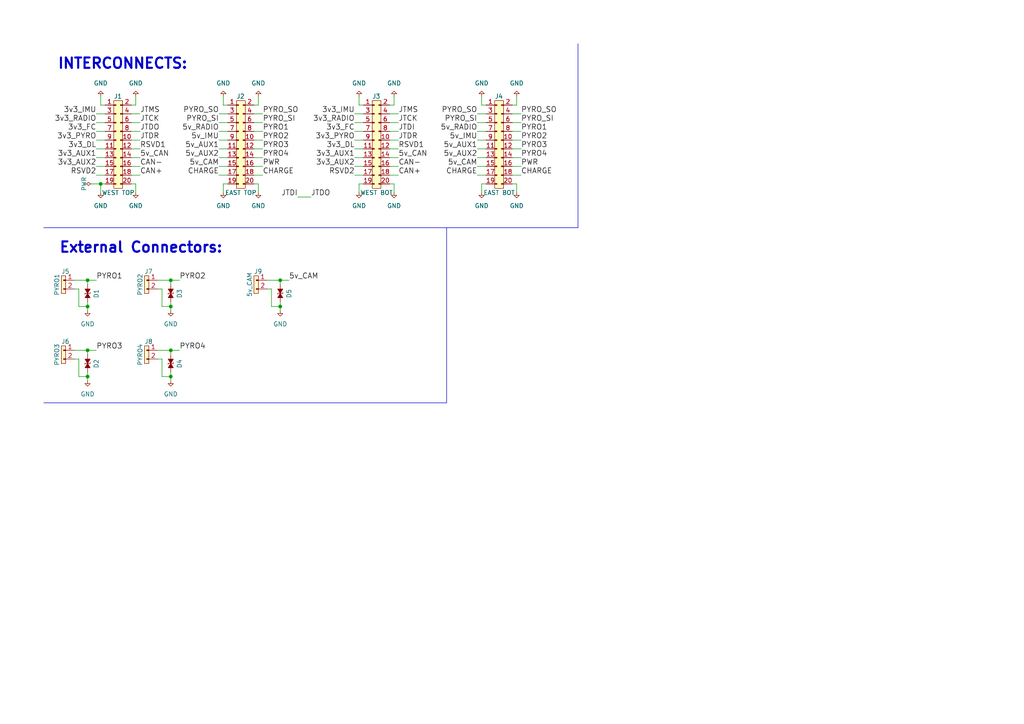
<source format=kicad_sch>
(kicad_sch (version 20230121) (generator eeschema)
  (paper "A4")
  (title_block (title "Martlet 3 - Breakout Board") (date "2016-06-12") (rev "1") (company "Cambridge University Space Flight") (comment 1 "Matt Coates"))
  (lib_symbols
    (symbol "breakout-rescue:CONN_01x02" (pin_names (offset 0.0254) hide)
      (property "Reference" "J" (at -1.27 2.54 0))
      (property "Value" "CONN_01x02" (at -1.27 -5.08 0))
      (symbol "CONN_01x02_0_1"
        (rectangle (start 0 -2.413) (end -0.635 -2.667) (fill (type outline)))
        (rectangle (start 0 0.127) (end -0.635 -0.127) (fill (type outline)))
        (rectangle (start 0 1.27) (end -1.27 -3.81) (fill (type background)))
      )
      (symbol "CONN_01x02_1_1"
        (pin passive line (at 2.54 0 180) (length 2.54) (name "1") (number "1"))
        (pin passive line (at 2.54 -2.54 180) (length 2.54) (name "2") (number "2"))
      )
    )
    (symbol "breakout-rescue:CONN_02x10" (pin_names (offset 0.0254) hide)
      (property "Reference" "J" (at -2.54 2.54 0))
      (property "Value" "CONN_02x10" (at -2.54 -25.4 0))
      (symbol "CONN_02x10_0_1"
        (rectangle (start -2.54 -22.733) (end -1.905 -22.987) (fill (type outline)))
        (rectangle (start -2.54 -20.193) (end -1.905 -20.447) (fill (type outline)))
        (rectangle (start -2.54 -17.653) (end -1.905 -17.907) (fill (type outline)))
        (rectangle (start -2.54 -15.113) (end -1.905 -15.367) (fill (type outline)))
        (rectangle (start -2.54 -12.573) (end -1.905 -12.827) (fill (type outline)))
        (rectangle (start -2.54 -10.033) (end -1.905 -10.287) (fill (type outline)))
        (rectangle (start -2.54 -7.493) (end -1.905 -7.747) (fill (type outline)))
        (rectangle (start -2.54 -4.953) (end -1.905 -5.207) (fill (type outline)))
        (rectangle (start -2.54 -2.413) (end -1.905 -2.667) (fill (type outline)))
        (rectangle (start -2.54 0.127) (end -1.905 -0.127) (fill (type outline)))
        (rectangle (start 0 -22.733) (end -0.635 -22.987) (fill (type outline)))
        (rectangle (start 0 -20.193) (end -0.635 -20.447) (fill (type outline)))
        (rectangle (start 0 -17.653) (end -0.635 -17.907) (fill (type outline)))
        (rectangle (start 0 -15.113) (end -0.635 -15.367) (fill (type outline)))
        (rectangle (start 0 -12.573) (end -0.635 -12.827) (fill (type outline)))
        (rectangle (start 0 -10.033) (end -0.635 -10.287) (fill (type outline)))
        (rectangle (start 0 -7.493) (end -0.635 -7.747) (fill (type outline)))
        (rectangle (start 0 -4.953) (end -0.635 -5.207) (fill (type outline)))
        (rectangle (start 0 -2.413) (end -0.635 -2.667) (fill (type outline)))
        (rectangle (start 0 0.127) (end -0.635 -0.127) (fill (type outline)))
        (rectangle (start 0 1.27) (end -2.54 -24.13) (fill (type background)))
      )
      (symbol "CONN_02x10_1_1"
        (pin passive line (at -5.08 0 0) (length 2.54) (name "1") (number "1"))
        (pin passive line (at 2.54 -10.16 180) (length 2.54) (name "10") (number "10"))
        (pin passive line (at -5.08 -12.7 0) (length 2.54) (name "11") (number "11"))
        (pin passive line (at 2.54 -12.7 180) (length 2.54) (name "12") (number "12"))
        (pin passive line (at -5.08 -15.24 0) (length 2.54) (name "13") (number "13"))
        (pin passive line (at 2.54 -15.24 180) (length 2.54) (name "14") (number "14"))
        (pin passive line (at -5.08 -17.78 0) (length 2.54) (name "15") (number "15"))
        (pin passive line (at 2.54 -17.78 180) (length 2.54) (name "16") (number "16"))
        (pin passive line (at -5.08 -20.32 0) (length 2.54) (name "17") (number "17"))
        (pin passive line (at 2.54 -20.32 180) (length 2.54) (name "18") (number "18"))
        (pin passive line (at -5.08 -22.86 0) (length 2.54) (name "19") (number "19"))
        (pin passive line (at 2.54 0 180) (length 2.54) (name "2") (number "2"))
        (pin passive line (at 2.54 -22.86 180) (length 2.54) (name "20") (number "20"))
        (pin passive line (at -5.08 -2.54 0) (length 2.54) (name "3") (number "3"))
        (pin passive line (at 2.54 -2.54 180) (length 2.54) (name "4") (number "4"))
        (pin passive line (at -5.08 -5.08 0) (length 2.54) (name "5") (number "5"))
        (pin passive line (at 2.54 -5.08 180) (length 2.54) (name "6") (number "6"))
        (pin passive line (at -5.08 -7.62 0) (length 2.54) (name "7") (number "7"))
        (pin passive line (at 2.54 -7.62 180) (length 2.54) (name "8") (number "8"))
        (pin passive line (at -5.08 -10.16 0) (length 2.54) (name "9") (number "9"))
      )
    )
    (symbol "breakout-rescue:ESD_DIODE" (pin_numbers hide) (pin_names (offset 0) hide)
      (property "Reference" "D" (at -1.27 2.54 0))
      (symbol "ESD_DIODE_0_1"
        (polyline (pts (xy 0 -0.762) (xy 0.254 -0.762)))
        (polyline (pts (xy 0 0.762) (xy -0.254 0.762)))
        (polyline (pts (xy 0 0.762) (xy 0 -0.762)))
        (polyline (pts (xy 0 0) (xy -1.27 0.762) (xy -1.27 -0.762) (xy 0 0)) (fill (type outline)))
        (polyline (pts (xy 0 0) (xy 1.27 0.762) (xy 1.27 -0.762) (xy 0 0)) (fill (type outline)))
      )
      (symbol "ESD_DIODE_1_1"
        (pin passive line (at -2.54 0 0) (length 1.27) (name "1") (number "1"))
        (pin passive line (at 2.54 0 180) (length 1.27) (name "2") (number "2"))
      )
    )
    (symbol "breakout-rescue:GND" (power) (pin_numbers hide) (pin_names (offset 1.016) hide)
      (property "Value" "GND" (at 0 -2.54 0))
      (symbol "GND_0_1"
        (polyline (pts (xy 0 0) (xy 0 -0.762)))
        (polyline (pts (xy -0.762 -0.762) (xy 0.762 -0.762) (xy 0 -1.524) (xy -0.762 -0.762)) (fill (type background)))
      )
      (symbol "GND_1_1"
        (pin power_in line (at 0 0 180) (length 0) hide (name "GND") (number "1"))
      )
    )
    (symbol "breakout-rescue:PWR" (power) (pin_numbers hide) (pin_names (offset 1.016) hide)
      (property "Value" "PWR" (at 0 2.286 0))
      (symbol "PWR_0_1"
        (polyline (pts (xy 0 0.508) (xy -0.508 1.016) (xy 0 1.524) (xy 0.508 1.016) (xy 0 0.508)) (fill (type background)))
      )
      (symbol "PWR_1_1"
        (pin power_out line (at 0 0 90) (length 0.508) (name "pwr") (number "1"))
      )
    )
  )
  (junction (at 49.53 109.22))
  (junction (at 29.21 53.34))
  (junction (at 81.28 88.9))
  (junction (at 49.53 88.9))
  (junction (at 25.4 81.28))
  (junction (at 25.4 88.9))
  (junction (at 25.4 109.22))
  (junction (at 25.4 101.6))
  (junction (at 49.53 101.6))
  (junction (at 81.28 81.28))
  (junction (at 49.53 81.28))
  (wire (pts (xy 77.47 81.28) (xy 81.28 81.28)))
  (wire (pts (xy 149.86 30.48) (xy 148.59 30.48)))
  (wire (pts (xy 105.41 50.8) (xy 102.87 50.8)))
  (wire (pts (xy 45.72 104.14) (xy 46.99 104.14)))
  (wire (pts (xy 73.66 33.02) (xy 76.2 33.02)))
  (wire (pts (xy 30.48 38.1) (xy 27.94 38.1)))
  (wire (pts (xy 46.99 109.22) (xy 49.53 109.22)))
  (wire (pts (xy 46.99 88.9) (xy 49.53 88.9)))
  (wire (pts (xy 151.13 48.26) (xy 148.59 48.26)))
  (wire (pts (xy 113.03 38.1) (xy 115.57 38.1)))
  (wire (pts (xy 113.03 35.56) (xy 115.57 35.56)))
  (wire (pts (xy 49.53 101.6) (xy 52.07 101.6)))
  (wire (pts (xy 102.87 48.26) (xy 105.41 48.26)))
  (wire (pts (xy 38.1 53.34) (xy 39.37 53.34)))
  (wire (pts (xy 105.41 45.72) (xy 102.87 45.72)))
  (wire (pts (xy 76.2 40.64) (xy 73.66 40.64)))
  (wire (pts (xy 25.4 81.28) (xy 25.4 82.55)))
  (wire (pts (xy 148.59 53.34) (xy 149.86 53.34)))
  (wire (pts (xy 21.59 101.6) (xy 25.4 101.6)))
  (wire (pts (xy 78.74 83.82) (xy 78.74 88.9)))
  (wire (pts (xy 104.14 53.34) (xy 104.14 55.88)))
  (wire (pts (xy 64.77 27.94) (xy 64.77 30.48)))
  (wire (pts (xy 45.72 101.6) (xy 49.53 101.6)))
  (wire (pts (xy 74.93 27.94) (xy 74.93 30.48)))
  (wire (pts (xy 25.4 87.63) (xy 25.4 88.9)))
  (wire (pts (xy 66.04 48.26) (xy 63.5 48.26)))
  (wire (pts (xy 105.41 43.18) (xy 102.87 43.18)))
  (wire (pts (xy 74.93 53.34) (xy 74.93 55.88)))
  (wire (pts (xy 29.21 53.34) (xy 29.21 55.88)))
  (wire (pts (xy 66.04 53.34) (xy 64.77 53.34)))
  (wire (pts (xy 66.04 38.1) (xy 63.5 38.1)))
  (wire (pts (xy 30.48 43.18) (xy 27.94 43.18)))
  (wire (pts (xy 66.04 33.02) (xy 63.5 33.02)))
  (wire (pts (xy 73.66 45.72) (xy 76.2 45.72)))
  (wire (pts (xy 148.59 33.02) (xy 151.13 33.02)))
  (wire (pts (xy 114.3 27.94) (xy 114.3 30.48)))
  (wire (pts (xy 64.77 53.34) (xy 64.77 55.88)))
  (wire (pts (xy 113.03 45.72) (xy 115.57 45.72)))
  (polyline (pts (xy 12.7 66.04) (xy 167.64 66.04)))
  (wire (pts (xy 63.5 35.56) (xy 66.04 35.56)))
  (wire (pts (xy 105.41 40.64) (xy 102.87 40.64)))
  (wire (pts (xy 63.5 40.64) (xy 66.04 40.64)))
  (wire (pts (xy 27.94 48.26) (xy 30.48 48.26)))
  (wire (pts (xy 105.41 53.34) (xy 104.14 53.34)))
  (wire (pts (xy 105.41 38.1) (xy 102.87 38.1)))
  (wire (pts (xy 39.37 27.94) (xy 39.37 30.48)))
  (wire (pts (xy 76.2 48.26) (xy 73.66 48.26)))
  (wire (pts (xy 39.37 30.48) (xy 38.1 30.48)))
  (wire (pts (xy 140.97 48.26) (xy 138.43 48.26)))
  (wire (pts (xy 25.4 109.22) (xy 25.4 110.49)))
  (wire (pts (xy 148.59 43.18) (xy 151.13 43.18)))
  (wire (pts (xy 21.59 81.28) (xy 25.4 81.28)))
  (wire (pts (xy 64.77 30.48) (xy 66.04 30.48)))
  (wire (pts (xy 38.1 43.18) (xy 40.64 43.18)))
  (wire (pts (xy 74.93 30.48) (xy 73.66 30.48)))
  (wire (pts (xy 38.1 48.26) (xy 40.64 48.26)))
  (wire (pts (xy 26.67 53.34) (xy 29.21 53.34)))
  (wire (pts (xy 113.03 43.18) (xy 115.57 43.18)))
  (wire (pts (xy 45.72 81.28) (xy 49.53 81.28)))
  (wire (pts (xy 49.53 88.9) (xy 49.53 90.17)))
  (wire (pts (xy 73.66 53.34) (xy 74.93 53.34)))
  (wire (pts (xy 86.36 57.15) (xy 90.17 57.15)))
  (wire (pts (xy 140.97 43.18) (xy 138.43 43.18)))
  (wire (pts (xy 21.59 104.14) (xy 22.86 104.14)))
  (wire (pts (xy 149.86 27.94) (xy 149.86 30.48)))
  (wire (pts (xy 138.43 45.72) (xy 140.97 45.72)))
  (wire (pts (xy 49.53 81.28) (xy 52.07 81.28)))
  (wire (pts (xy 22.86 83.82) (xy 22.86 88.9)))
  (wire (pts (xy 138.43 40.64) (xy 140.97 40.64)))
  (wire (pts (xy 38.1 38.1) (xy 40.64 38.1)))
  (wire (pts (xy 104.14 30.48) (xy 105.41 30.48)))
  (wire (pts (xy 73.66 38.1) (xy 76.2 38.1)))
  (polyline (pts (xy 129.54 116.84) (xy 129.54 66.04)))
  (wire (pts (xy 49.53 107.95) (xy 49.53 109.22)))
  (wire (pts (xy 148.59 50.8) (xy 151.13 50.8)))
  (wire (pts (xy 38.1 35.56) (xy 40.64 35.56)))
  (wire (pts (xy 30.48 33.02) (xy 27.94 33.02)))
  (wire (pts (xy 22.86 88.9) (xy 25.4 88.9)))
  (wire (pts (xy 46.99 83.82) (xy 46.99 88.9)))
  (polyline (pts (xy 12.7 116.84) (xy 129.54 116.84)))
  (wire (pts (xy 39.37 53.34) (xy 39.37 55.88)))
  (wire (pts (xy 49.53 87.63) (xy 49.53 88.9)))
  (wire (pts (xy 29.21 53.34) (xy 30.48 53.34)))
  (wire (pts (xy 140.97 33.02) (xy 138.43 33.02)))
  (wire (pts (xy 113.03 48.26) (xy 115.57 48.26)))
  (wire (pts (xy 38.1 50.8) (xy 40.64 50.8)))
  (wire (pts (xy 81.28 88.9) (xy 81.28 90.17)))
  (wire (pts (xy 63.5 50.8) (xy 66.04 50.8)))
  (wire (pts (xy 139.7 53.34) (xy 139.7 55.88)))
  (wire (pts (xy 77.47 83.82) (xy 78.74 83.82)))
  (wire (pts (xy 38.1 40.64) (xy 40.64 40.64)))
  (wire (pts (xy 30.48 35.56) (xy 27.94 35.56)))
  (wire (pts (xy 81.28 81.28) (xy 81.28 82.55)))
  (wire (pts (xy 114.3 30.48) (xy 113.03 30.48)))
  (wire (pts (xy 38.1 45.72) (xy 40.64 45.72)))
  (wire (pts (xy 63.5 45.72) (xy 66.04 45.72)))
  (wire (pts (xy 38.1 33.02) (xy 40.64 33.02)))
  (wire (pts (xy 140.97 38.1) (xy 138.43 38.1)))
  (wire (pts (xy 45.72 83.82) (xy 46.99 83.82)))
  (wire (pts (xy 113.03 40.64) (xy 115.57 40.64)))
  (wire (pts (xy 30.48 45.72) (xy 27.94 45.72)))
  (wire (pts (xy 148.59 45.72) (xy 151.13 45.72)))
  (wire (pts (xy 25.4 81.28) (xy 27.94 81.28)))
  (wire (pts (xy 22.86 104.14) (xy 22.86 109.22)))
  (wire (pts (xy 49.53 81.28) (xy 49.53 82.55)))
  (wire (pts (xy 113.03 50.8) (xy 115.57 50.8)))
  (wire (pts (xy 25.4 88.9) (xy 25.4 90.17)))
  (wire (pts (xy 29.21 30.48) (xy 30.48 30.48)))
  (wire (pts (xy 25.4 107.95) (xy 25.4 109.22)))
  (wire (pts (xy 140.97 53.34) (xy 139.7 53.34)))
  (wire (pts (xy 25.4 101.6) (xy 25.4 102.87)))
  (wire (pts (xy 149.86 53.34) (xy 149.86 55.88)))
  (wire (pts (xy 49.53 101.6) (xy 49.53 102.87)))
  (wire (pts (xy 29.21 27.94) (xy 29.21 30.48)))
  (wire (pts (xy 81.28 87.63) (xy 81.28 88.9)))
  (wire (pts (xy 138.43 50.8) (xy 140.97 50.8)))
  (wire (pts (xy 139.7 30.48) (xy 140.97 30.48)))
  (wire (pts (xy 151.13 40.64) (xy 148.59 40.64)))
  (wire (pts (xy 30.48 50.8) (xy 27.94 50.8)))
  (wire (pts (xy 49.53 109.22) (xy 49.53 110.49)))
  (polyline (pts (xy 167.64 66.04) (xy 167.64 12.7)))
  (wire (pts (xy 104.14 27.94) (xy 104.14 30.48)))
  (wire (pts (xy 105.41 35.56) (xy 102.87 35.56)))
  (wire (pts (xy 113.03 33.02) (xy 115.57 33.02)))
  (wire (pts (xy 22.86 109.22) (xy 25.4 109.22)))
  (wire (pts (xy 151.13 35.56) (xy 148.59 35.56)))
  (wire (pts (xy 138.43 35.56) (xy 140.97 35.56)))
  (wire (pts (xy 139.7 27.94) (xy 139.7 30.48)))
  (wire (pts (xy 21.59 83.82) (xy 22.86 83.82)))
  (wire (pts (xy 73.66 43.18) (xy 76.2 43.18)))
  (wire (pts (xy 105.41 33.02) (xy 102.87 33.02)))
  (wire (pts (xy 78.74 88.9) (xy 81.28 88.9)))
  (wire (pts (xy 73.66 50.8) (xy 76.2 50.8)))
  (wire (pts (xy 113.03 53.34) (xy 114.3 53.34)))
  (wire (pts (xy 114.3 53.34) (xy 114.3 55.88)))
  (wire (pts (xy 66.04 43.18) (xy 63.5 43.18)))
  (wire (pts (xy 81.28 81.28) (xy 83.82 81.28)))
  (wire (pts (xy 25.4 101.6) (xy 27.94 101.6)))
  (wire (pts (xy 148.59 38.1) (xy 151.13 38.1)))
  (wire (pts (xy 76.2 35.56) (xy 73.66 35.56)))
  (wire (pts (xy 30.48 40.64) (xy 27.94 40.64)))
  (wire (pts (xy 46.99 104.14) (xy 46.99 109.22)))
  (text "INTERCONNECTS:" (at 54.61 20.32 0) (effects (font (size 2.9972 2.9972) (thickness 0.5994) bold) (justify right bottom)))
  (text "External Connectors:" (at 64.77 73.66 0) (effects (font (size 2.9972 2.9972) (thickness 0.5994) bold) (justify right bottom)))
  (label "RSVD1" (at 115.57 43.18 0) (effects (font (size 1.524 1.524))))
  (label "PYRO1" (at 76.2 38.1 0) (effects (font (size 1.524 1.524))))
  (label "3v3_DL" (at 27.94 43.18 180) (effects (font (size 1.524 1.524))))
  (label "RSVD1" (at 40.64 43.18 0) (effects (font (size 1.524 1.524))))
  (label "PYRO1" (at 151.13 38.1 0) (effects (font (size 1.524 1.524))))
  (label "PYRO3" (at 151.13 43.18 0) (effects (font (size 1.524 1.524))))
  (label "RSVD2" (at 102.87 50.8 180) (effects (font (size 1.524 1.524))))
  (label "5v_AUX1" (at 63.5 43.18 180) (effects (font (size 1.524 1.524))))
  (label "PYRO4" (at 52.07 101.6 0) (effects (font (size 1.524 1.524))))
  (label "5v_RADIO" (at 63.5 38.1 180) (effects (font (size 1.524 1.524))))
  (label "PYRO_SO" (at 63.5 33.02 180) (effects (font (size 1.524 1.524))))
  (label "JTMS" (at 40.64 33.02 0) (effects (font (size 1.524 1.524))))
  (label "5v_CAN" (at 115.57 45.72 0) (effects (font (size 1.524 1.524))))
  (label "5v_AUX1" (at 138.43 43.18 180) (effects (font (size 1.524 1.524))))
  (label "CAN+" (at 115.57 50.8 0) (effects (font (size 1.524 1.524))))
  (label "PYRO_SI" (at 151.13 35.56 0) (effects (font (size 1.524 1.524))))
  (label "PWR" (at 151.13 48.26 0) (effects (font (size 1.524 1.524))))
  (label "PYRO4" (at 76.2 45.72 0) (effects (font (size 1.524 1.524))))
  (label "PYRO3" (at 76.2 43.18 0) (effects (font (size 1.524 1.524))))
  (label "PYRO_SO" (at 76.2 33.02 0) (effects (font (size 1.524 1.524))))
  (label "CHARGE" (at 151.13 50.8 0) (effects (font (size 1.524 1.524))))
  (label "JTDR" (at 40.64 40.64 0) (effects (font (size 1.524 1.524))))
  (label "5v_CAN" (at 40.64 45.72 0) (effects (font (size 1.524 1.524))))
  (label "PYRO2" (at 76.2 40.64 0) (effects (font (size 1.524 1.524))))
  (label "JTDI" (at 86.36 57.15 180) (effects (font (size 1.524 1.524))))
  (label "3v3_AUX2" (at 102.87 48.26 180) (effects (font (size 1.524 1.524))))
  (label "JTDI" (at 115.57 38.1 0) (effects (font (size 1.524 1.524))))
  (label "PYRO_SO" (at 151.13 33.02 0) (effects (font (size 1.524 1.524))))
  (label "5v_RADIO" (at 138.43 38.1 180) (effects (font (size 1.524 1.524))))
  (label "3v3_IMU" (at 102.87 33.02 180) (effects (font (size 1.524 1.524))))
  (label "3v3_AUX2" (at 27.94 48.26 180) (effects (font (size 1.524 1.524))))
  (label "3v3_PYRO" (at 102.87 40.64 180) (effects (font (size 1.524 1.524))))
  (label "PWR" (at 76.2 48.26 0) (effects (font (size 1.524 1.524))))
  (label "JTMS" (at 115.57 33.02 0) (effects (font (size 1.524 1.524))))
  (label "JTDO" (at 90.17 57.15 0) (effects (font (size 1.524 1.524))))
  (label "PYRO2" (at 151.13 40.64 0) (effects (font (size 1.524 1.524))))
  (label "5v_IMU" (at 63.5 40.64 180) (effects (font (size 1.524 1.524))))
  (label "PYRO_SI" (at 63.5 35.56 180) (effects (font (size 1.524 1.524))))
  (label "3v3_RADIO" (at 102.87 35.56 180) (effects (font (size 1.524 1.524))))
  (label "3v3_AUX1" (at 102.87 45.72 180) (effects (font (size 1.524 1.524))))
  (label "CHARGE" (at 63.5 50.8 180) (effects (font (size 1.524 1.524))))
  (label "5v_CAM" (at 63.5 48.26 180) (effects (font (size 1.524 1.524))))
  (label "5v_AUX2" (at 63.5 45.72 180) (effects (font (size 1.524 1.524))))
  (label "PYRO_SO" (at 138.43 33.02 180) (effects (font (size 1.524 1.524))))
  (label "3v3_FC" (at 102.87 38.1 180) (effects (font (size 1.524 1.524))))
  (label "JTDO" (at 40.64 38.1 0) (effects (font (size 1.524 1.524))))
  (label "PYRO2" (at 52.07 81.28 0) (effects (font (size 1.524 1.524))))
  (label "PYRO4" (at 151.13 45.72 0) (effects (font (size 1.524 1.524))))
  (label "CHARGE" (at 76.2 50.8 0) (effects (font (size 1.524 1.524))))
  (label "CAN-" (at 40.64 48.26 0) (effects (font (size 1.524 1.524))))
  (label "3v3_RADIO" (at 27.94 35.56 180) (effects (font (size 1.524 1.524))))
  (label "PYRO_SI" (at 138.43 35.56 180) (effects (font (size 1.524 1.524))))
  (label "CHARGE" (at 138.43 50.8 180) (effects (font (size 1.524 1.524))))
  (label "RSVD2" (at 27.94 50.8 180) (effects (font (size 1.524 1.524))))
  (label "3v3_IMU" (at 27.94 33.02 180) (effects (font (size 1.524 1.524))))
  (label "CAN-" (at 115.57 48.26 0) (effects (font (size 1.524 1.524))))
  (label "3v3_AUX1" (at 27.94 45.72 180) (effects (font (size 1.524 1.524))))
  (label "5v_CAM" (at 83.82 81.28 0) (effects (font (size 1.524 1.524))))
  (label "JTDR" (at 115.57 40.64 0) (effects (font (size 1.524 1.524))))
  (label "3v3_PYRO" (at 27.94 40.64 180) (effects (font (size 1.524 1.524))))
  (label "3v3_FC" (at 27.94 38.1 180) (effects (font (size 1.524 1.524))))
  (label "JTCK" (at 40.64 35.56 0) (effects (font (size 1.524 1.524))))
  (label "5v_IMU" (at 138.43 40.64 180) (effects (font (size 1.524 1.524))))
  (label "5v_CAM" (at 138.43 48.26 180) (effects (font (size 1.524 1.524))))
  (label "PYRO_SI" (at 76.2 35.56 0) (effects (font (size 1.524 1.524))))
  (label "CAN+" (at 40.64 50.8 0) (effects (font (size 1.524 1.524))))
  (label "PYRO3" (at 27.94 101.6 0) (effects (font (size 1.524 1.524))))
  (label "PYRO1" (at 27.94 81.28 0) (effects (font (size 1.524 1.524))))
  (label "JTCK" (at 115.57 35.56 0) (effects (font (size 1.524 1.524))))
  (label "5v_AUX2" (at 138.43 45.72 180) (effects (font (size 1.524 1.524))))
  (label "3v3_DL" (at 102.87 43.18 180) (effects (font (size 1.524 1.524))))
  (symbol (lib_id "breakout-rescue:CONN_02x10") (at 71.12 30.48 0) (unit 1)
    (property "Reference" "J2" (at 68.58 27.94 0) (effects (justify left)))
    (property "Value" "EAST TOP" (at 69.85 55.88 0))
    (property "Footprint" "agg:TFML-110-02-L-D" (effects hide))
  )
  (symbol (lib_id "breakout-rescue:CONN_02x10") (at 146.05 30.48 0) (unit 1)
    (property "Reference" "J4" (at 143.51 27.94 0) (effects (justify left)))
    (property "Value" "EAST BOT" (at 144.78 55.88 0))
    (property "Footprint" "agg:SFML-110-02-L-D-LC" (effects hide))
  )
  (symbol (lib_id "breakout-rescue:CONN_02x10") (at 35.56 30.48 0) (unit 1)
    (property "Reference" "J1" (at 33.02 27.94 0) (effects (justify left)))
    (property "Value" "WEST TOP" (at 34.29 55.88 0))
    (property "Footprint" "agg:TFML-110-02-L-D" (effects hide))
  )
  (symbol (lib_id "breakout-rescue:CONN_02x10") (at 110.49 30.48 0) (unit 1)
    (property "Reference" "J3" (at 107.95 27.94 0) (effects (justify left)))
    (property "Value" "WEST BOT" (at 109.22 55.88 0))
    (property "Footprint" "agg:SFML-110-02-L-D-LC" (effects hide))
  )
  (symbol (lib_id "breakout-rescue:GND") (at 74.93 55.88 0) (unit 1)
    (property "Reference" "#PWR12" (effects hide))
    (property "Value" "GND" (at 74.93 59.69 0))
  )
  (symbol (lib_id "breakout-rescue:GND") (at 64.77 55.88 0) (unit 1)
    (property "Reference" "#PWR10" (effects hide))
    (property "Value" "GND" (at 64.77 59.69 0))
  )
  (symbol (lib_id "breakout-rescue:GND") (at 39.37 55.88 0) (unit 1)
    (property "Reference" "#PWR6" (effects hide))
    (property "Value" "GND" (at 39.37 59.69 0))
  )
  (symbol (lib_id "breakout-rescue:GND") (at 29.21 55.88 0) (unit 1)
    (property "Reference" "#PWR4" (effects hide))
    (property "Value" "GND" (at 29.21 59.69 0))
  )
  (symbol (lib_id "breakout-rescue:GND") (at 29.21 27.94 180) (unit 1)
    (property "Reference" "#PWR3" (effects hide))
    (property "Value" "GND" (at 29.21 24.13 0))
  )
  (symbol (lib_id "breakout-rescue:GND") (at 39.37 27.94 180) (unit 1)
    (property "Reference" "#PWR5" (effects hide))
    (property "Value" "GND" (at 39.37 24.13 0))
  )
  (symbol (lib_id "breakout-rescue:GND") (at 64.77 27.94 180) (unit 1)
    (property "Reference" "#PWR9" (effects hide))
    (property "Value" "GND" (at 64.77 24.13 0))
  )
  (symbol (lib_id "breakout-rescue:GND") (at 74.93 27.94 180) (unit 1)
    (property "Reference" "#PWR11" (effects hide))
    (property "Value" "GND" (at 74.93 24.13 0))
  )
  (symbol (lib_id "breakout-rescue:GND") (at 104.14 55.88 0) (unit 1)
    (property "Reference" "#PWR15" (effects hide))
    (property "Value" "GND" (at 104.14 59.69 0))
  )
  (symbol (lib_id "breakout-rescue:GND") (at 114.3 55.88 0) (unit 1)
    (property "Reference" "#PWR17" (effects hide))
    (property "Value" "GND" (at 114.3 59.69 0))
  )
  (symbol (lib_id "breakout-rescue:GND") (at 139.7 55.88 0) (unit 1)
    (property "Reference" "#PWR19" (effects hide))
    (property "Value" "GND" (at 139.7 59.69 0))
  )
  (symbol (lib_id "breakout-rescue:GND") (at 149.86 55.88 0) (unit 1)
    (property "Reference" "#PWR21" (effects hide))
    (property "Value" "GND" (at 149.86 59.69 0))
  )
  (symbol (lib_id "breakout-rescue:GND") (at 104.14 27.94 180) (unit 1)
    (property "Reference" "#PWR14" (effects hide))
    (property "Value" "GND" (at 104.14 24.13 0))
  )
  (symbol (lib_id "breakout-rescue:GND") (at 114.3 27.94 180) (unit 1)
    (property "Reference" "#PWR16" (effects hide))
    (property "Value" "GND" (at 114.3 24.13 0))
  )
  (symbol (lib_id "breakout-rescue:GND") (at 139.7 27.94 180) (unit 1)
    (property "Reference" "#PWR18" (effects hide))
    (property "Value" "GND" (at 139.7 24.13 0))
  )
  (symbol (lib_id "breakout-rescue:GND") (at 149.86 27.94 180) (unit 1)
    (property "Reference" "#PWR20" (effects hide))
    (property "Value" "GND" (at 149.86 24.13 0))
  )
  (symbol (lib_id "breakout-rescue:PWR") (at 26.67 53.34 90) (unit 1)
    (property "Reference" "#FLG1" (effects hide))
    (property "Value" "PWR" (at 24.384 53.34 0))
  )
  (symbol (lib_id "breakout-rescue:ESD_DIODE") (at 25.4 85.09 270) (unit 1)
    (property "Reference" "D1" (at 27.94 83.82 0) (effects (justify left)))
    (property "Value" "ESD_DIODE" (effects hide))
    (property "Footprint" "agg:0402" (effects hide))
    (property "Farnell" "2368169" (effects hide))
  )
  (symbol (lib_id "breakout-rescue:CONN_01x02") (at 19.05 81.28 0) (unit 1)
    (property "Reference" "J5" (at 17.78 78.74 0) (effects (justify left)))
    (property "Value" "PYRO1" (at 16.51 82.55 90))
    (property "Footprint" "agg:S2B-EH" (effects hide))
    (property "Datasheet" "http://www.farnell.com/datasheets/2057210.pdf" (effects hide))
    (property "RS" "515-1305" (effects hide))
  )
  (symbol (lib_id "breakout-rescue:GND") (at 25.4 90.17 0) (unit 1)
    (property "Reference" "#PWR1" (effects hide))
    (property "Value" "GND" (at 25.4 93.98 0))
  )
  (symbol (lib_id "breakout-rescue:ESD_DIODE") (at 49.53 85.09 270) (unit 1)
    (property "Reference" "D3" (at 52.07 83.82 0) (effects (justify left)))
    (property "Value" "ESD_DIODE" (effects hide))
    (property "Footprint" "agg:0402" (effects hide))
    (property "Farnell" "2368169" (effects hide))
  )
  (symbol (lib_id "breakout-rescue:GND") (at 49.53 90.17 0) (unit 1)
    (property "Reference" "#PWR7" (effects hide))
    (property "Value" "GND" (at 49.53 93.98 0))
  )
  (symbol (lib_id "breakout-rescue:ESD_DIODE") (at 25.4 105.41 270) (unit 1)
    (property "Reference" "D2" (at 27.94 104.14 0) (effects (justify left)))
    (property "Value" "ESD_DIODE" (effects hide))
    (property "Footprint" "agg:0402" (effects hide))
    (property "Farnell" "2368169" (effects hide))
  )
  (symbol (lib_id "breakout-rescue:GND") (at 25.4 110.49 0) (unit 1)
    (property "Reference" "#PWR2" (effects hide))
    (property "Value" "GND" (at 25.4 114.3 0))
  )
  (symbol (lib_id "breakout-rescue:ESD_DIODE") (at 49.53 105.41 270) (unit 1)
    (property "Reference" "D4" (at 52.07 104.14 0) (effects (justify left)))
    (property "Value" "ESD_DIODE" (effects hide))
    (property "Footprint" "agg:0402" (effects hide))
    (property "Farnell" "2368169" (effects hide))
  )
  (symbol (lib_id "breakout-rescue:GND") (at 49.53 110.49 0) (unit 1)
    (property "Reference" "#PWR8" (effects hide))
    (property "Value" "GND" (at 49.53 114.3 0))
  )
  (symbol (lib_id "breakout-rescue:ESD_DIODE") (at 81.28 85.09 270) (unit 1)
    (property "Reference" "D5" (at 83.82 83.82 0) (effects (justify left)))
    (property "Value" "ESD_DIODE" (effects hide))
    (property "Footprint" "agg:0402" (effects hide))
    (property "Farnell" "2368169" (effects hide))
  )
  (symbol (lib_id "breakout-rescue:GND") (at 81.28 90.17 0) (unit 1)
    (property "Reference" "#PWR13" (effects hide))
    (property "Value" "GND" (at 81.28 93.98 0))
  )
  (symbol (lib_id "breakout-rescue:CONN_01x02") (at 43.18 81.28 0) (unit 1)
    (property "Reference" "J7" (at 41.91 78.74 0) (effects (justify left)))
    (property "Value" "PYRO2" (at 40.64 82.55 90))
    (property "Footprint" "agg:S2B-EH" (effects hide))
    (property "Datasheet" "http://www.farnell.com/datasheets/2057210.pdf" (effects hide))
    (property "RS" "515-1305" (effects hide))
  )
  (symbol (lib_id "breakout-rescue:CONN_01x02") (at 74.93 81.28 0) (unit 1)
    (property "Reference" "J9" (at 73.66 78.74 0) (effects (justify left)))
    (property "Value" "5v_CAM" (at 72.39 82.55 90))
    (property "Footprint" "agg:S2B-EH" (effects hide))
    (property "Datasheet" "http://www.farnell.com/datasheets/2057210.pdf" (effects hide))
    (property "RS" "515-1305" (effects hide))
  )
  (symbol (lib_id "breakout-rescue:CONN_01x02") (at 43.18 101.6 0) (unit 1)
    (property "Reference" "J8" (at 41.91 99.06 0) (effects (justify left)))
    (property "Value" "PYRO4" (at 40.64 102.87 90))
    (property "Footprint" "agg:S2B-EH" (effects hide))
    (property "Datasheet" "http://www.farnell.com/datasheets/2057210.pdf" (effects hide))
    (property "RS" "515-1305" (effects hide))
  )
  (symbol (lib_id "breakout-rescue:CONN_01x02") (at 19.05 101.6 0) (unit 1)
    (property "Reference" "J6" (at 17.78 99.06 0) (effects (justify left)))
    (property "Value" "PYRO3" (at 16.51 102.87 90))
    (property "Footprint" "agg:S2B-EH" (effects hide))
    (property "Datasheet" "http://www.farnell.com/datasheets/2057210.pdf" (effects hide))
    (property "RS" "515-1305" (effects hide))
  )
)
</source>
